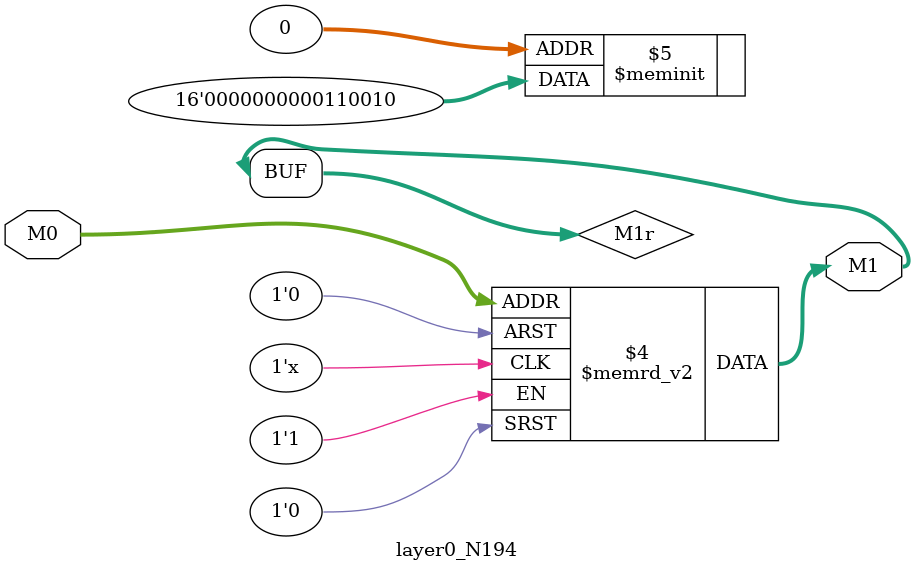
<source format=v>
module layer0_N194 ( input [2:0] M0, output [1:0] M1 );

	(*rom_style = "distributed" *) reg [1:0] M1r;
	assign M1 = M1r;
	always @ (M0) begin
		case (M0)
			3'b000: M1r = 2'b10;
			3'b100: M1r = 2'b00;
			3'b010: M1r = 2'b11;
			3'b110: M1r = 2'b00;
			3'b001: M1r = 2'b00;
			3'b101: M1r = 2'b00;
			3'b011: M1r = 2'b00;
			3'b111: M1r = 2'b00;

		endcase
	end
endmodule

</source>
